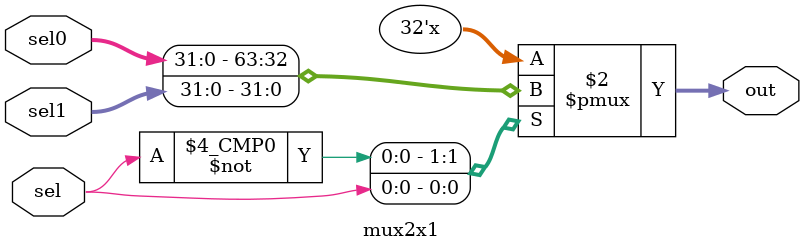
<source format=sv>
module mux2x1(
    input logic  sel, //from controller
    input logic  [31:0] sel0,sel1,
    output logic [31:0] out
);
always_comb begin 
    case (sel)
        1'b0 : out = sel0;
        1'b1 : out = sel1;
        default : out = sel0;
    endcase  
end
endmodule
</source>
